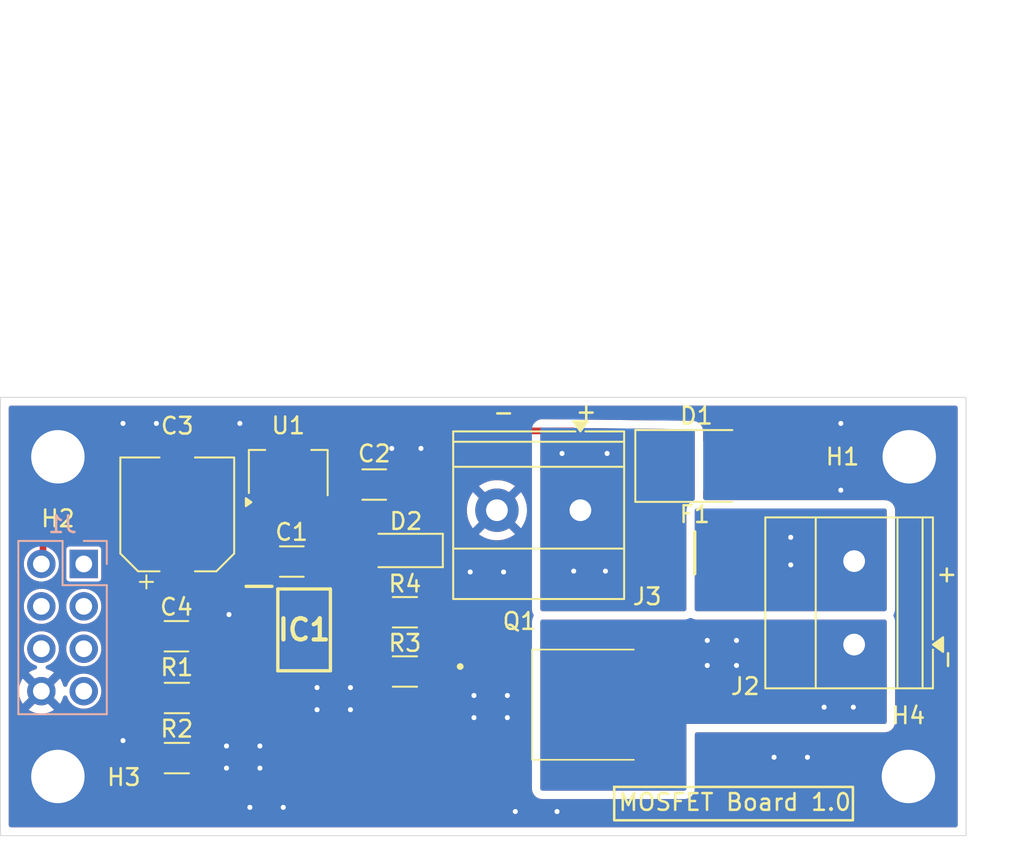
<source format=kicad_pcb>
(kicad_pcb (version 20241229) (generator "pcbnew") (generator_version "9.0")
  (title_block (title "MOSFET_Board") (date "2025-11-16") (rev "1.0") (company "PKl"))
  (layers (0 "F.Cu" signal) (2 "B.Cu" signal) (13 "F.Paste" user) (15 "B.Paste" user) (5 "F.SilkS" user "F.Silkscreen") (7 "B.SilkS" user "B.Silkscreen") (1 "F.Mask" user) (3 "B.Mask" user) (25 "Edge.Cuts" user))
  (net 0 "")
  (net 1 "GND")
  (net 2 "+12V")
  (net 3 "+12V_STAB")
  (net 4 "Net-(D2-K)")
  (net 5 "Net-(J2-Pin_2)")
  (net 6 "Net-(IC1-OUTPUT_1)")
  (net 7 "Net-(IC1-INPUT)")
  (net 9 "Net-(J1-Pin_2)")
  (net 16 "Net-(J2-Pin_1)")
  (net 17 "Net-(Q1-G)")
  (footprint "Resistor_SMD:R_1206_3216Metric" (layer "F.Cu") (at 145.8875 81.3125 180)
    (property "Reference" "R4" (at 0 1.7 180) (layer "F.SilkS"))
    (property "Value" "100K")
    (fp_line (start -0.727064 0.91) (end 0.727064 0.91) (stroke (width 0.12)) (layer "F.SilkS"))
    (fp_line (start -0.727064 -0.91) (end 0.727064 -0.91) (stroke (width 0.12)) (layer "F.SilkS"))
    (pad "1" smd roundrect (at -1.4625 0 180) (size 1.125 1.75) (layers "F.Cu" "F.Mask" "F.Paste") (roundrect_rratio 0.222222) (net 17 "Net-(Q1-G)"))
    (pad "2" smd roundrect (at 1.4625 0 180) (size 1.125 1.75) (layers "F.Cu" "F.Mask" "F.Paste") (roundrect_rratio 0.222222) (net 4 "Net-(D2-K)"))
  )
  (footprint "MountingHole:MountingHole_3.2mm_M3_DIN965_Pad" (layer "F.Cu") (at 125.1 72)
    (property "Reference" "H2" (at 0 3.7 0) (layer "F.SilkS"))
    (property "Value" "MountingHole_Pad" (hide yes))
    (pad "1" thru_hole circle (at 0 0) (size 5.6 5.6) (drill 3.2) (layers "*.Cu" "*.Mask") (net 1 "GND"))
  )
  (footprint "Resistor_SMD:R_1206_3216Metric" (layer "F.Cu") (at 132.225 90.05 180)
    (property "Reference" "R2" (at 0 1.75 0) (layer "F.SilkS"))
    (property "Value" "47K")
    (fp_line (start -0.727064 0.91) (end 0.727064 0.91) (stroke (width 0.12)) (layer "F.SilkS"))
    (fp_line (start -0.727064 -0.91) (end 0.727064 -0.91) (stroke (width 0.12)) (layer "F.SilkS"))
    (pad "1" smd roundrect (at -1.4625 0 180) (size 1.125 1.75) (layers "F.Cu" "F.Mask" "F.Paste") (roundrect_rratio 0.222222) (net 7 "Net-(IC1-INPUT)"))
    (pad "2" smd roundrect (at 1.4625 0 180) (size 1.125 1.75) (layers "F.Cu" "F.Mask" "F.Paste") (roundrect_rratio 0.222222) (net 1 "GND"))
  )
  (footprint "Capacitor_SMD:C_1206_3216Metric" (layer "F.Cu") (at 139.1125 78.275 180)
    (property "Reference" "C1" (at 0.0125 1.7625 0) (layer "F.SilkS"))
    (property "Value" "330nF")
    (fp_line (start -0.711252 0.91) (end 0.711252 0.91) (stroke (width 0.12)) (layer "F.SilkS"))
    (fp_line (start -0.711252 -0.91) (end 0.711252 -0.91) (stroke (width 0.12)) (layer "F.SilkS"))
    (pad "1" smd roundrect (at -1.475 0 180) (size 1.15 1.8) (layers "F.Cu" "F.Mask" "F.Paste") (roundrect_rratio 0.217391) (net 2 "+12V"))
    (pad "2" smd roundrect (at 1.475 0 180) (size 1.15 1.8) (layers "F.Cu" "F.Mask" "F.Paste") (roundrect_rratio 0.217391) (net 1 "GND"))
  )
  (footprint "Library:AOD4185" (layer "F.Cu") (at 155.4 86.85 -90)
    (property "Reference" "Q1" (at -5 2.65 0) (layer "F.SilkS"))
    (property "Value" "AOD4184A" (hide yes))
    (fp_line (start -2.286 6.3) (end -2.286 6.3) (stroke (width 0.2)) (layer "F.SilkS"))
    (fp_line (start -2.286 6.1) (end -2.286 6.1) (stroke (width 0.2)) (layer "F.SilkS"))
    (fp_line (start -3.302 1.896) (end 3.302 1.896) (stroke (width 0.1)) (layer "F.SilkS"))
    (fp_line (start 3.302 1.896) (end 3.302 -4.2) (stroke (width 0.1)) (layer "F.SilkS"))
    (fp_line (start -3.302 1.8) (end -3.302 1.896) (stroke (width 0.1)) (layer "F.SilkS"))
    (fp_line (start -3.302 -4.2) (end -3.302 1.8) (stroke (width 0.1)) (layer "F.SilkS"))
    (fp_arc (start -2.286 6.3) (mid -2.386 6.2) (end -2.286 6.1) (stroke (width 0.2)) (layer "F.SilkS"))
    (fp_arc (start -2.286 6.1) (mid -2.186 6.2) (end -2.286 6.3) (stroke (width 0.2)) (layer "F.SilkS"))
    (pad "1" smd rect (at -2.286 4.2 270) (size 1.5 3) (layers "F.Cu" "F.Mask" "F.Paste") (net 17 "Net-(Q1-G)"))
    (pad "2" smd rect (at 0 -2.4 270) (size 6.25 6.8) (layers "F.Cu" "F.Mask" "F.Paste") (net 16 "Net-(J2-Pin_1)"))
    (pad "3" smd rect (at 2.286 4.2 270) (size 1.5 3) (layers "F.Cu" "F.Mask" "F.Paste") (net 1 "GND"))
  )
  (footprint "Diode_SMD:D_SMB" (layer "F.Cu") (at 163.35 72.55)
    (property "Reference" "D1" (at 0 -3 0) (layer "F.SilkS"))
    (property "Value" "SMBJ33A")
    (fp_line (start -3.66 -2.15) (end -3.66 2.15) (stroke (width 0.12)) (layer "F.SilkS"))
    (fp_line (start -3.66 -2.15) (end 2.15 -2.15) (stroke (width 0.12)) (layer "F.SilkS"))
    (fp_line (start -3.66 2.15) (end 2.15 2.15) (stroke (width 0.12)) (layer "F.SilkS"))
    (pad "1" smd roundrect (at -2.15 0) (size 2.5 2.3) (layers "F.Cu" "F.Mask" "F.Paste") (roundrect_rratio 0.1086956522) (net 2 "+12V"))
    (pad "2" smd roundrect (at 2.15 0) (size 2.5 2.3) (layers "F.Cu" "F.Mask" "F.Paste") (roundrect_rratio 0.1086956522) (net 1 "GND"))
  )
  (footprint "TerminalBlock_Phoenix:TerminalBlock_Phoenix_MKDS-1,5-2_1x02_P5.00mm_Horizontal" (layer "F.Cu") (at 172.7975 83.25 90)
    (property "Reference" "J2" (at -2.5 -6.5225 0) (layer "F.SilkS"))
    (property "Value" "BULB")
    (fp_line (start 7.62 -5.32) (end 7.62 4.72) (stroke (width 0.12)) (layer "F.SilkS"))
    (fp_line (start -2.62 -5.32) (end 7.62 -5.32) (stroke (width 0.12)) (layer "F.SilkS"))
    (fp_line (start -2.62 -2.3) (end 7.62 -2.3) (stroke (width 0.12)) (layer "F.SilkS"))
    (fp_line (start -2.62 2.6) (end 7.62 2.6) (stroke (width 0.12)) (layer "F.SilkS"))
    (fp_line (start -2.62 4.1) (end 7.62 4.1) (stroke (width 0.12)) (layer "F.SilkS"))
    (fp_line (start 7.62 4.72) (end 0.3 4.72) (stroke (width 0.12)) (layer "F.SilkS"))
    (fp_line (start -0.3 4.72) (end -2.62 4.72) (stroke (width 0.12)) (layer "F.SilkS"))
    (fp_line (start -2.62 4.72) (end -2.62 -5.32) (stroke (width 0.12)) (layer "F.SilkS"))
    (fp_poly (pts (xy 0 4.72) (xy 0.44 5.33) (xy -0.44 5.33)) (stroke (width 0.12)) (fill yes) (layer "F.SilkS"))
    (pad "1" thru_hole roundrect (at 0 0 90) (size 2.6 2.6) (drill 1.3) (layers "*.Cu" "*.Mask") (roundrect_rratio 0.096154) (net 16 "Net-(J2-Pin_1)"))
    (pad "2" thru_hole circle (at 5 0 90) (size 2.6 2.6) (drill 1.3) (layers "*.Cu" "*.Mask") (net 5 "Net-(J2-Pin_2)"))
  )
  (footprint "Capacitor_SMD:CP_Elec_6.3x5.8" (layer "F.Cu") (at 132.25 75.45 90)
    (property "Reference" "C3" (at 5.3 0 0) (layer "F.SilkS"))
    (property "Value" "10uF")
    (fp_line (start 3.41 -3.41) (end 3.41 -1.06) (stroke (width 0.12)) (layer "F.SilkS"))
    (fp_line (start -2.345563 -3.41) (end 3.41 -3.41) (stroke (width 0.12)) (layer "F.SilkS"))
    (fp_line (start -3.41 -2.345563) (end -2.345563 -3.41) (stroke (width 0.12)) (layer "F.SilkS"))
    (fp_line (start -3.41 -2.345563) (end -3.41 -1.06) (stroke (width 0.12)) (layer "F.SilkS"))
    (fp_line (start -4.04375 -2.24125) (end -4.04375 -1.45375) (stroke (width 0.12)) (layer "F.SilkS"))
    (fp_line (start -4.4375 -1.8475) (end -3.65 -1.8475) (stroke (width 0.12)) (layer "F.SilkS"))
    (fp_line (start -3.41 2.345563) (end -3.41 1.06) (stroke (width 0.12)) (layer "F.SilkS"))
    (fp_line (start -3.41 2.345563) (end -2.345563 3.41) (stroke (width 0.12)) (layer "F.SilkS"))
    (fp_line (start 3.41 3.41) (end 3.41 1.06) (stroke (width 0.12)) (layer "F.SilkS"))
    (fp_line (start -2.345563 3.41) (end 3.41 3.41) (stroke (width 0.12)) (layer "F.SilkS"))
    (pad "1" smd roundrect (at -2.7 0 90) (size 3.5 1.6) (layers "F.Cu" "F.Mask" "F.Paste") (roundrect_rratio 0.15625) (net 3 "+12V_STAB"))
    (pad "2" smd roundrect (at 2.7 0 90) (size 3.5 1.6) (layers "F.Cu" "F.Mask" "F.Paste") (roundrect_rratio 0.15625) (net 1 "GND"))
  )
  (footprint "Diode_SMD:D_SOD-123F" (layer "F.Cu") (at 145.95 77.6125 180)
    (property "Reference" "D2" (at 0 1.75 0) (layer "F.SilkS"))
    (property "Value" "BZX55C12")
    (fp_line (start -2.21 1) (end 1.65 1) (stroke (width 0.12)) (layer "F.SilkS"))
    (fp_line (start -2.21 -1) (end 1.65 -1) (stroke (width 0.12)) (layer "F.SilkS"))
    (fp_line (start -2.21 -1) (end -2.21 1) (stroke (width 0.12)) (layer "F.SilkS"))
    (pad "1" smd roundrect (at -1.4 0 180) (size 1.1 1.1) (layers "F.Cu" "F.Mask" "F.Paste") (roundrect_rratio 0.2272727273) (net 4 "Net-(D2-K)"))
    (pad "2" smd roundrect (at 1.4 0 180) (size 1.1 1.1) (layers "F.Cu" "F.Mask" "F.Paste") (roundrect_rratio 0.2272727273) (net 1 "GND"))
  )
  (footprint "Library:SOIC127P600X175-8N" (layer "F.Cu") (at 139.85 82.3675)
    (property "Reference" "IC1" (at 0 0 0) (layer "F.SilkS") (effects (font (size 1.27 1.27) (thickness 0.254))))
    (property "Value" "TC4420EOA" (hide yes))
    (fp_line (start -3.475 -2.605) (end -1.925 -2.605) (stroke (width 0.2)) (layer "F.SilkS"))
    (fp_line (start -1.575 -2.45) (end 1.575 -2.45) (stroke (width 0.2)) (layer "F.SilkS"))
    (fp_line (start -1.575 2.45) (end -1.575 -2.45) (stroke (width 0.2)) (layer "F.SilkS"))
    (fp_line (start 1.575 -2.45) (end 1.575 2.45) (stroke (width 0.2)) (layer "F.SilkS"))
    (fp_line (start 1.575 2.45) (end -1.575 2.45) (stroke (width 0.2)) (layer "F.SilkS"))
    (pad "1" smd rect (at -2.7 -1.905 90) (size 0.7 1.55) (layers "F.Cu" "F.Mask" "F.Paste") (net 3 "+12V_STAB"))
    (pad "2" smd rect (at -2.7 -0.635 90) (size 0.7 1.55) (layers "F.Cu" "F.Mask" "F.Paste") (net 7 "Net-(IC1-INPUT)"))
    (pad "3" smd rect (at -2.7 0.635 90) (size 0.7 1.55) (layers "F.Cu" "F.Mask" "F.Paste"))
    (pad "4" smd rect (at -2.7 1.905 90) (size 0.7 1.55) (layers "F.Cu" "F.Mask" "F.Paste") (net 1 "GND"))
    (pad "5" smd rect (at 2.7 1.905 90) (size 0.7 1.55) (layers "F.Cu" "F.Mask" "F.Paste") (net 1 "GND"))
    (pad "6" smd rect (at 2.7 0.635 90) (size 0.7 1.55) (layers "F.Cu" "F.Mask" "F.Paste") (net 6 "Net-(IC1-OUTPUT_1)"))
    (pad "7" smd rect (at 2.7 -0.635 90) (size 0.7 1.55) (layers "F.Cu" "F.Mask" "F.Paste") (net 6 "Net-(IC1-OUTPUT_1)"))
    (pad "8" smd rect (at 2.7 -1.905 90) (size 0.7 1.55) (layers "F.Cu" "F.Mask" "F.Paste") (net 3 "+12V_STAB"))
  )
  (footprint "Resistor_SMD:R_1206_3216Metric" (layer "F.Cu") (at 145.8875 84.8625)
    (property "Reference" "R3" (at 0 -1.7 0) (layer "F.SilkS"))
    (property "Value" "10R")
    (fp_line (start -0.727064 -0.91) (end 0.727064 -0.91) (stroke (width 0.12)) (layer "F.SilkS"))
    (fp_line (start -0.727064 0.91) (end 0.727064 0.91) (stroke (width 0.12)) (layer "F.SilkS"))
    (pad "1" smd roundrect (at -1.4625 0) (size 1.125 1.75) (layers "F.Cu" "F.Mask" "F.Paste") (roundrect_rratio 0.222222) (net 6 "Net-(IC1-OUTPUT_1)"))
    (pad "2" smd roundrect (at 1.4625 0) (size 1.125 1.75) (layers "F.Cu" "F.Mask" "F.Paste") (roundrect_rratio 0.222222) (net 17 "Net-(Q1-G)"))
  )
  (footprint "Capacitor_SMD:C_1206_3216Metric" (layer "F.Cu") (at 144.05 73.6625)
    (property "Reference" "C2" (at 0 -1.85 0) (layer "F.SilkS"))
    (property "Value" "100nF")
    (fp_line (start -0.711252 -0.91) (end 0.711252 -0.91) (stroke (width 0.12)) (layer "F.SilkS"))
    (fp_line (start -0.711252 0.91) (end 0.711252 0.91) (stroke (width 0.12)) (layer "F.SilkS"))
    (pad "1" smd roundrect (at -1.475 0) (size 1.15 1.8) (layers "F.Cu" "F.Mask" "F.Paste") (roundrect_rratio 0.217391) (net 3 "+12V_STAB"))
    (pad "2" smd roundrect (at 1.475 0) (size 1.15 1.8) (layers "F.Cu" "F.Mask" "F.Paste") (roundrect_rratio 0.217391) (net 1 "GND"))
  )
  (footprint "TerminalBlock_Phoenix:TerminalBlock_Phoenix_MKDS-1,5-2_1x02_P5.00mm_Horizontal" (layer "F.Cu") (at 156.4 75.2 180)
    (property "Reference" "J3" (at -4 -5.1725 0) (layer "F.SilkS"))
    (property "Value" "PWR")
    (fp_line (start 7.62 4.72) (end 0.3 4.72) (stroke (width 0.12)) (layer "F.SilkS"))
    (fp_line (start 7.62 -5.32) (end 7.62 4.72) (stroke (width 0.12)) (layer "F.SilkS"))
    (fp_line (start -0.3 4.72) (end -2.62 4.72) (stroke (width 0.12)) (layer "F.SilkS"))
    (fp_line (start -2.62 4.72) (end -2.62 -5.32) (stroke (width 0.12)) (layer "F.SilkS"))
    (fp_line (start -2.62 4.1) (end 7.62 4.1) (stroke (width 0.12)) (layer "F.SilkS"))
    (fp_line (start -2.62 2.6) (end 7.62 2.6) (stroke (width 0.12)) (layer "F.SilkS"))
    (fp_line (start -2.62 -2.3) (end 7.62 -2.3) (stroke (width 0.12)) (layer "F.SilkS"))
    (fp_line (start -2.62 -5.32) (end 7.62 -5.32) (stroke (width 0.12)) (layer "F.SilkS"))
    (fp_poly (pts (xy 0 4.72) (xy 0.44 5.33) (xy -0.44 5.33)) (stroke (width 0.12)) (fill yes) (layer "F.SilkS"))
    (pad "1" thru_hole roundrect (at 0 0 180) (size 2.6 2.6) (drill 1.3) (layers "*.Cu" "*.Mask") (roundrect_rratio 0.096154) (net 2 "+12V"))
    (pad "2" thru_hole circle (at 5 0 180) (size 2.6 2.6) (drill 1.3) (layers "*.Cu" "*.Mask") (net 1 "GND"))
  )
  (footprint "Library:FUSC6127X287N" (layer "F.Cu") (at 163.25 77.75 180)
    (property "Reference" "F1" (at 0 2.3 180) (layer "F.SilkS"))
    (property "Value" "TR1-2410TD5-R" (hide yes))
    (fp_line (start 0 -1.26) (end 0 1.26) (stroke (width 0.2)) (layer "F.SilkS"))
    (pad "1" smd rect (at -2.55 0 180) (size 1.92 2.89) (layers "F.Cu" "F.Mask" "F.Paste") (net 5 "Net-(J2-Pin_2)"))
    (pad "2" smd rect (at 2.55 0 180) (size 1.92 2.89) (layers "F.Cu" "F.Mask" "F.Paste") (net 2 "+12V"))
  )
  (footprint "MountingHole:MountingHole_3.2mm_M3_DIN965_Pad" (layer "F.Cu") (at 125.1 91.15)
    (property "Reference" "H3" (at 3.95 0.05 0) (layer "F.SilkS"))
    (property "Value" "MountingHole_Pad")
    (pad "1" thru_hole circle (at 0 0) (size 5.6 5.6) (drill 3.2) (layers "*.Cu" "*.Mask") (net 1 "GND"))
  )
  (footprint "Capacitor_SMD:C_1206_3216Metric" (layer "F.Cu") (at 132.2 82.75 180)
    (property "Reference" "C4" (at 0 1.75 0) (layer "F.SilkS"))
    (property "Value" "100nF")
    (fp_line (start -0.711252 0.91) (end 0.711252 0.91) (stroke (width 0.12)) (layer "F.SilkS"))
    (fp_line (start -0.711252 -0.91) (end 0.711252 -0.91) (stroke (width 0.12)) (layer "F.SilkS"))
    (pad "1" smd roundrect (at -1.475 0 180) (size 1.15 1.8) (layers "F.Cu" "F.Mask" "F.Paste") (roundrect_rratio 0.217391) (net 3 "+12V_STAB"))
    (pad "2" smd roundrect (at 1.475 0 180) (size 1.15 1.8) (layers "F.Cu" "F.Mask" "F.Paste") (roundrect_rratio 0.217391) (net 1 "GND"))
  )
  (footprint "Package_TO_SOT_SMD:SOT-89-3" (layer "F.Cu") (at 138.9 72.95 90)
    (property "Reference" "U1" (at 2.8175 0 0) (layer "F.SilkS"))
    (property "Value" "L78L12_SOT89")
    (fp_line (start -1.22 -2.36) (end 1.36 -2.36) (stroke (width 0.12)) (layer "F.SilkS"))
    (fp_line (start 1.36 -1.38) (end 1.36 -2.36) (stroke (width 0.12)) (layer "F.SilkS"))
    (fp_line (start 1.36 1.38) (end 1.36 2.36) (stroke (width 0.12)) (layer "F.SilkS"))
    (fp_line (start 1.36 2.36) (end -1.36 2.36) (stroke (width 0.12)) (layer "F.SilkS"))
    (fp_poly (pts (xy -1.77 -2.21) (xy -2.01 -2.54) (xy -1.53 -2.54) (xy -1.77 -2.21)) (stroke (width 0.12)) (fill yes) (layer "F.SilkS"))
    (pad "1" smd roundrect (at -1.95 -1.5 90) (size 1.3 0.9) (layers "F.Cu" "F.Mask" "F.Paste") (net 3 "+12V_STAB"))
    (pad "2" smd custom (at -1.8625 0 90) (size 1.475 0.9) (layers "F.Cu" "F.Mask" "F.Paste") (net 1 "GND") (options (clearance outline) (anchor rect)) (primitives (gr_poly (pts (xy 3.8625 0.8665) (xy 0.7375 0.8665) (xy 0.7375 -0.8665) (xy 3.8625 -0.8665)) (width 0) (fill yes))))
    (pad "3" smd roundrect (at -1.95 1.5 90) (size 1.3 0.9) (layers "F.Cu" "F.Mask" "F.Paste") (net 2 "+12V"))
  )
  (footprint "Resistor_SMD:R_1206_3216Metric" (layer "F.Cu") (at 132.225 86.45)
    (property "Reference" "R1" (at 0 -1.83 0) (layer "F.SilkS"))
    (property "Value" "100R")
    (fp_line (start -0.727064 -0.91) (end 0.727064 -0.91) (stroke (width 0.12)) (layer "F.SilkS"))
    (fp_line (start -0.727064 0.91) (end 0.727064 0.91) (stroke (width 0.12)) (layer "F.SilkS"))
    (pad "1" smd roundrect (at -1.4625 0) (size 1.125 1.75) (layers "F.Cu" "F.Mask" "F.Paste") (roundrect_rratio 0.222222) (net 9 "Net-(J1-Pin_2)"))
    (pad "2" smd roundrect (at 1.4625 0) (size 1.125 1.75) (layers "F.Cu" "F.Mask" "F.Paste") (roundrect_rratio 0.222222) (net 7 "Net-(IC1-INPUT)"))
  )
  (footprint "MountingHole:MountingHole_3.2mm_M3_DIN965_Pad" (layer "F.Cu") (at 176.05 91.15)
    (property "Reference" "H4" (at 0 -3.65 0) (layer "F.SilkS"))
    (property "Value" "MountingHole_Pad")
    (pad "1" thru_hole circle (at 0 0) (size 5.6 5.6) (drill 3.2) (layers "*.Cu" "*.Mask") (net 1 "GND"))
  )
  (footprint "MountingHole:MountingHole_3.2mm_M3_DIN965_Pad" (layer "F.Cu") (at 176.1 72)
    (property "Reference" "H1" (at -4 0 0) (layer "F.SilkS"))
    (property "Value" "MountingHole_Pad" (hide yes))
    (pad "1" thru_hole circle (at 0 0) (size 5.6 5.6) (drill 3.2) (layers "*.Cu" "*.Mask") (net 1 "GND"))
  )
  (footprint "Connector_PinHeader_2.54mm:PinHeader_2x04_P2.54mm_Vertical" (layer "B.Cu") (at 126.65 78.42 180)
    (property "Reference" "J1" (at 1.275 2.37 0) (layer "B.SilkS") (effects (justify mirror)))
    (property "Value" "COM")
    (fp_line (start 3.92 1.38) (end 3.92 -9) (stroke (width 0.12)) (layer "B.SilkS"))
    (fp_line (start 1.27 1.38) (end 3.92 1.38) (stroke (width 0.12)) (layer "B.SilkS"))
    (fp_line (start 1.27 -1.27) (end 1.27 1.38) (stroke (width 0.12)) (layer "B.SilkS"))
    (fp_line (start -1.38 1.38) (end 0 1.38) (stroke (width 0.12)) (layer "B.SilkS"))
    (fp_line (start -1.38 0) (end -1.38 1.38) (stroke (width 0.12)) (layer "B.SilkS"))
    (fp_line (start -1.38 -1.27) (end 1.27 -1.27) (stroke (width 0.12)) (layer "B.SilkS"))
    (fp_line (start -1.38 -1.27) (end -1.38 -9) (stroke (width 0.12)) (layer "B.SilkS"))
    (fp_line (start -1.38 -9) (end 3.92 -9) (stroke (width 0.12)) (layer "B.SilkS"))
    (pad "1" thru_hole rect (at 0 0 180) (size 1.7 1.7) (drill 1) (layers "*.Cu" "*.Mask"))
    (pad "2" thru_hole circle (at 2.54 0 180) (size 1.7 1.7) (drill 1) (layers "*.Cu" "*.Mask") (net 9 "Net-(J1-Pin_2)"))
    (pad "3" thru_hole circle (at 0 -2.54 180) (size 1.7 1.7) (drill 1) (layers "*.Cu" "*.Mask"))
    (pad "4" thru_hole circle (at 2.54 -2.54 180) (size 1.7 1.7) (drill 1) (layers "*.Cu" "*.Mask"))
    (pad "5" thru_hole circle (at 0 -5.08 180) (size 1.7 1.7) (drill 1) (layers "*.Cu" "*.Mask"))
    (pad "6" thru_hole circle (at 2.54 -5.08 180) (size 1.7 1.7) (drill 1) (layers "*.Cu" "*.Mask"))
    (pad "7" thru_hole circle (at 0 -7.62 180) (size 1.7 1.7) (drill 1) (layers "*.Cu" "*.Mask"))
    (pad "8" thru_hole circle (at 2.54 -7.62 180) (size 1.7 1.7) (drill 1) (layers "*.Cu" "*.Mask") (net 1 "GND"))
  )
  (gr_rect (start 158.425 91.775) (end 172.725 93.775) (stroke (width 0.15)) (fill no) (layer "F.SilkS"))
  (gr_rect (start 121.657152 68.44) (end 179.5 94.6925) (stroke (width 0.05)) (fill no) (layer "Edge.Cuts"))
  (gr_text "+" (at 178.35 79 0) (layer "F.SilkS") (effects (font (size 1 1))))
  (gr_text "+" (at 156.75 69.2775 0) (layer "F.SilkS") (effects (font (size 1 1))))
  (gr_text "-" (at 178.35 84.15 90) (layer "F.SilkS") (effects (font (size 1 1))))
  (gr_text "MOSFET Board 1.0" (at 158.6 93.275 0) (layer "F.SilkS") (effects (font (size 1 1)) (justify left bottom)))
  (gr_text "-" (at 151.8 69.3275 0) (layer "F.SilkS") (effects (font (size 1 1))))
  (via (at 152.025 86.3) (size 1) (drill 0.3) (layers "F.Cu" "B.Cu") (net 1))
  (via (at 170 90) (size 1) (drill 0.3) (layers "F.Cu" "B.Cu") (net 1))
  (via (at 140.625 87.15) (size 1) (drill 0.3) (layers "F.Cu" "B.Cu") (net 1))
  (via (at 142.625 85.825) (size 1) (drill 0.3) (layers "F.Cu" "B.Cu") (net 1))
  (via (at 172 70) (size 1) (drill 0.3) (layers "F.Cu" "B.Cu") (net 1))
  (via (at 136.6 93) (size 1) (drill 0.3) (layers "F.Cu" "B.Cu") (net 1))
  (via (at 151.8 78.9) (size 1) (drill 0.3) (layers "F.Cu" "B.Cu") (net 1))
  (via (at 129 70) (size 1) (drill 0.3) (layers "F.Cu" "B.Cu") (net 1))
  (via (at 140.625 85.825) (size 1) (drill 0.3) (layers "F.Cu" "B.Cu") (net 1))
  (via (at 142.625 87.15) (size 1) (drill 0.3) (layers "F.Cu" "B.Cu") (net 1))
  (via (at 135.2 90.65) (size 1) (drill 0.3) (layers "F.Cu" "B.Cu") (net 1))
  (via (at 150.025 87.625) (size 1) (drill 0.3) (layers "F.Cu" "B.Cu") (net 1))
  (via (at 146.85 71.5) (size 1) (drill 0.3) (layers "F.Cu" "B.Cu") (net 1))
  (via (at 172 74) (size 1) (drill 0.3) (layers "F.Cu" "B.Cu") (net 1))
  (via (at 168 90) (size 1) (drill 0.3) (layers "F.Cu" "B.Cu") (net 1))
  (via (at 135.2 89.325) (size 1) (drill 0.3) (layers "F.Cu" "B.Cu") (net 1))
  (via (at 137.2 90.65) (size 1) (drill 0.3) (layers "F.Cu" "B.Cu") (net 1))
  (via (at 155 93.25) (size 1) (drill 0.3) (layers "F.Cu" "B.Cu") (net 1))
  (via (at 149.8 78.9) (size 1) (drill 0.3) (layers "F.Cu" "B.Cu") (net 1))
  (via (at 150.025 86.3) (size 1) (drill 0.3) (layers "F.Cu" "B.Cu") (net 1))
  (via (at 135.35 81.45) (size 1) (drill 0.3) (layers "F.Cu" "B.Cu") (net 1))
  (via (at 152.025 87.625) (size 1) (drill 0.3) (layers "F.Cu" "B.Cu") (net 1))
  (via (at 129 89) (size 1) (drill 0.3) (layers "F.Cu" "B.Cu") (net 1))
  (via (at 136 70) (size 1) (drill 0.3) (layers "F.Cu" "B.Cu") (net 1))
  (via (at 152.5 93.25) (size 1) (drill 0.3) (layers "F.Cu" "B.Cu") (net 1))
  (via (at 145.1 71.5) (size 1) (drill 0.3) (layers "F.Cu" "B.Cu") (net 1))
  (via (at 131 70) (size 1) (drill 0.3) (layers "F.Cu" "B.Cu") (net 1))
  (via (at 137.2 89.325) (size 1) (drill 0.3) (layers "F.Cu" "B.Cu") (net 1))
  (via (at 138.6 93) (size 1) (drill 0.3) (layers "F.Cu" "B.Cu") (net 1))
  (segment (start 140.3875 74.8875) (end 140.4 74.9) (width 0.4) (layer "F.Cu") (net 2))
  (segment (start 142.9125 70.45) (end 140.3875 72.975) (width 0.4) (layer "F.Cu") (net 2))
  (segment (start 140.3875 74.9125) (end 140.3875 78.075) (width 0.4) (layer "F.Cu") (net 2))
  (segment (start 156.75 75.3275) (end 156.75 71.25) (width 0.4) (layer "F.Cu") (net 2))
  (segment (start 140.3875 78.075) (end 140.5875 78.275) (width 0.4) (layer "F.Cu") (net 2))
  (segment (start 155.95 70.45) (end 142.9125 70.45) (width 0.4) (layer "F.Cu") (net 2))
  (segment (start 140.4 74.9) (end 140.3875 74.9125) (width 0.4) (layer "F.Cu") (net 2))
  (segment (start 156.75 71.25) (end 155.95 70.45) (width 0.4) (layer "F.Cu") (net 2))
  (segment (start 140.3875 72.975) (end 140.3875 74.8875) (width 0.4) (layer "F.Cu") (net 2))
  (via (at 156 78.85) (size 1) (drill 0.3) (layers "F.Cu" "B.Cu") (net 2))
  (via (at 158 71.8) (size 1) (drill 0.3) (layers "F.Cu" "B.Cu") (net 2))
  (via (at 157.9 78.85) (size 1) (drill 0.3) (layers "F.Cu" "B.Cu") (net 2))
  (via (at 155.3 71.8) (size 1) (drill 0.3) (layers "F.Cu" "B.Cu") (net 2))
  (segment (start 134.345 80.4575) (end 134.345 82.08) (width 0.4) (layer "F.Cu") (net 3))
  (segment (start 134.345 80.4575) (end 134.345 78.495) (width 0.4) (layer "F.Cu") (net 3))
  (segment (start 134.345 82.08) (end 133.675 82.75) (width 0.4) (layer "F.Cu") (net 3))
  (segment (start 142.5 80.4075) (end 142.55 80.4575) (width 0.4) (layer "F.Cu") (net 3))
  (segment (start 135.5 74.9) (end 132.25 78.15) (width 0.4) (layer "F.Cu") (net 3))
  (segment (start 142.5 73.7375) (end 142.575 73.6625) (width 0.4) (layer "F.Cu") (net 3))
  (segment (start 134.345 78.495) (end 134 78.15) (width 0.4) (layer "F.Cu") (net 3))
  (segment (start 134 78.15) (end 132.25 78.15) (width 0.4) (layer "F.Cu") (net 3))
  (segment (start 142.55 80.4575) (end 134.345 80.4575) (width 0.4) (layer "F.Cu") (net 3))
  (segment (start 137 80.3075) (end 137.1 80.4075) (width 0.4) (layer "F.Cu") (net 3))
  (segment (start 137.4 74.9) (end 135.5 74.9) (width 0.4) (layer "F.Cu") (net 3))
  (segment (start 142.5 73.7375) (end 142.5 80.4075) (width 0.4) (layer "F.Cu") (net 3))
  (segment (start 144.425 81.3125) (end 144.45 81.3125) (width 0.4) (layer "F.Cu") (net 4))
  (segment (start 144.45 81.3125) (end 147.35 78.4125) (width 0.4) (layer "F.Cu") (net 4))
  (segment (start 147.35 78.4125) (end 147.35 77.6125) (width 0.4) (layer "F.Cu") (net 4))
  (via (at 169 78.475) (size 1) (drill 0.3) (layers "F.Cu" "B.Cu") (net 5))
  (via (at 169 76.825) (size 1) (drill 0.3) (layers "F.Cu" "B.Cu") (net 5))
  (segment (start 142.55 82.9975) (end 143.685 82.9975) (width 0.4) (layer "F.Cu") (net 6))
  (segment (start 143.685 82.9975) (end 144.425 83.7375) (width 0.4) (layer "F.Cu") (net 6))
  (segment (start 142.55 81.7275) (end 142.55 82.9975) (width 0.4) (layer "F.Cu") (net 6))
  (segment (start 144.425 83.7375) (end 144.425 84.8625) (width 0.4) (layer "F.Cu") (net 6))
  (segment (start 136.6 81.75) (end 137.1325 81.75) (width 0.4) (layer "F.Cu") (net 7))
  (segment (start 133.6875 86.45) (end 133.6875 84.6625) (width 0.4) (layer "F.Cu") (net 7))
  (segment (start 133.6875 86.45) (end 133.6875 90.05) (width 0.4) (layer "F.Cu") (net 7))
  (segment (start 137.15 81.7325) (end 137.15 81.7275) (width 0.4) (layer "F.Cu") (net 7))
  (segment (start 137.1325 81.75) (end 137.15 81.7325) (width 0.4) (layer "F.Cu") (net 7))
  (segment (start 133.6875 84.6625) (end 136.6 81.75) (width 0.4) (layer "F.Cu") (net 7))
  (segment (start 128.75 84.4375) (end 130.7625 86.45) (width 0.4) (layer "F.Cu") (net 9))
  (segment (start 124.21 78.32) (end 124.21 76.04) (width 0.4) (layer "F.Cu") (net 9))
  (segment (start 124.21 76.04) (end 124.7 75.55) (width 0.4) (layer "F.Cu") (net 9))
  (segment (start 128.2 75.55) (end 128.75 76.1) (width 0.4) (layer "F.Cu") (net 9))
  (segment (start 128.75 76.1) (end 128.75 84.4375) (width 0.4) (layer "F.Cu") (net 9))
  (segment (start 124.11 78.42) (end 124.21 78.32) (width 0.4) (layer "F.Cu") (net 9))
  (segment (start 124.7 75.55) (end 128.2 75.55) (width 0.4) (layer "F.Cu") (net 9))
  (via (at 165.75 84.5) (size 1) (drill 0.3) (layers "F.Cu" "B.Cu") (net 16))
  (via (at 164 83) (size 1) (drill 0.3) (layers "F.Cu" "B.Cu") (net 16))
  (via (at 171 87) (size 1) (drill 0.3) (layers "F.Cu" "B.Cu") (net 16))
  (via (at 165.75 83) (size 1) (drill 0.3) (layers "F.Cu" "B.Cu") (net 16))
  (via (at 172.75 87) (size 1) (drill 0.3) (layers "F.Cu" "B.Cu") (net 16))
  (via (at 164 84.5) (size 1) (drill 0.3) (layers "F.Cu" "B.Cu") (net 16))
  (segment (start 150.8 84.564) (end 147.6485 84.564) (width 0.4) (layer "F.Cu") (net 17))
  (segment (start 147.35 81.3125) (end 147.35 84.8625) (width 0.4) (layer "F.Cu") (net 17))
  (segment (start 147.6485 84.564) (end 147.35 84.8625) (width 0.4) (layer "F.Cu") (net 17))
  (zone (net 2) (net_name "+12V") (layer "F.Cu") (priority 2) (connect_pads yes (clearance 0.5)) (min_thickness 0.25) (fill yes (thermal_gap 0.5) (thermal_bridge_width 0.5))
    (polygon (pts (xy 154 81.25) (xy 154 70.25) (xy 163.25 70.35) (xy 163.25 75.1) (xy 163.25 75) (xy 163.25 81.25)))
  )
  (zone (net 5) (net_name "Net-(J2-Pin_2)") (layer "F.Cu") (priority 5) (connect_pads yes (clearance 0.5)) (min_thickness 0.25) (fill yes (thermal_gap 0.5) (thermal_bridge_width 0.5))
    (polygon (pts (xy 174.75 81.25) (xy 163.25 81.25) (xy 163.25 75.1) (xy 174.75 75.1)))
  )
  (zone (net 16) (net_name "Net-(J2-Pin_1)") (layer "F.Cu") (priority 1) (connect_pads yes (clearance 0.5)) (min_thickness 0.25) (fill yes (thermal_gap 0.5) (thermal_bridge_width 20))
    (polygon (pts (xy 154 81.25) (xy 174.75 81.25) (xy 174.75 88) (xy 162.75 88) (xy 162.75 92) (xy 154 92)))
  )
  (zone (net 1) (net_name "GND") (layer "F.Cu") (priority 7) (connect_pads yes (clearance 0.5)) (min_thickness 0.25) (fill yes (thermal_gap 0.5) (thermal_bridge_width 0.5))
    (polygon (pts (xy 153.475 91.988736) (xy 148.7 91.988736) (xy 148.7 86.513736) (xy 153.475 86.513736)))
  )
  (zone (net 1) (net_name "GND") (layers "F.Cu" "B.Cu") (connect_pads (clearance 0.2)) (min_thickness 0.25) (fill yes (thermal_gap 0.5) (thermal_bridge_width 0.5))
    (polygon (pts (xy 179.5 68.45) (xy 179.5 94.7) (xy 121.65 94.7) (xy 121.7 68.45)))
  )
  (zone (net 5) (net_name "Net-(J2-Pin_2)") (layer "B.Cu") (priority 6) (connect_pads yes (clearance 0.5)) (min_thickness 0.25) (fill yes (thermal_gap 0.5) (thermal_bridge_width 0.5))
    (polygon (pts (xy 163.25 75.1) (xy 174.75 75.1) (xy 174.75 81.25) (xy 163.25 81.25)))
  )
  (zone (net 16) (net_name "Net-(J2-Pin_1)") (layer "B.Cu") (priority 3) (connect_pads yes (clearance 0.5)) (min_thickness 0.25) (fill yes (thermal_gap 0.5) (thermal_bridge_width 0.5))
    (polygon (pts (xy 154 81.25) (xy 154 92) (xy 162.75 92) (xy 162.75 88) (xy 174.75 88) (xy 174.75 81.25)))
  )
  (zone (net 2) (net_name "+12V") (layer "B.Cu") (priority 4) (connect_pads yes (clearance 0.5)) (min_thickness 0.25) (fill yes (thermal_gap 0.5) (thermal_bridge_width 0.5))
    (polygon (pts (xy 154 81.25) (xy 154 70.25) (xy 163.25 70.35) (xy 163.25 75.1) (xy 163.25 75) (xy 163.25 81.25)))
  )
)
</source>
